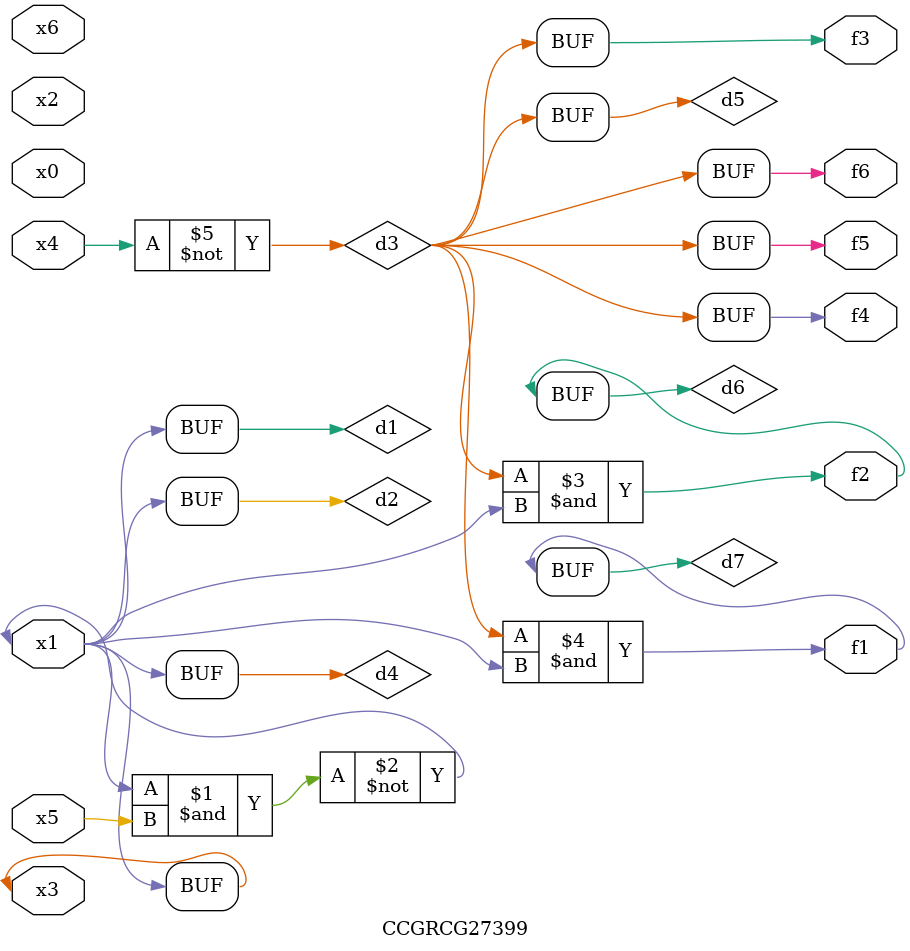
<source format=v>
module CCGRCG27399(
	input x0, x1, x2, x3, x4, x5, x6,
	output f1, f2, f3, f4, f5, f6
);

	wire d1, d2, d3, d4, d5, d6, d7;

	buf (d1, x1, x3);
	nand (d2, x1, x5);
	not (d3, x4);
	buf (d4, d1, d2);
	buf (d5, d3);
	and (d6, d3, d4);
	and (d7, d3, d4);
	assign f1 = d7;
	assign f2 = d6;
	assign f3 = d5;
	assign f4 = d5;
	assign f5 = d5;
	assign f6 = d5;
endmodule

</source>
